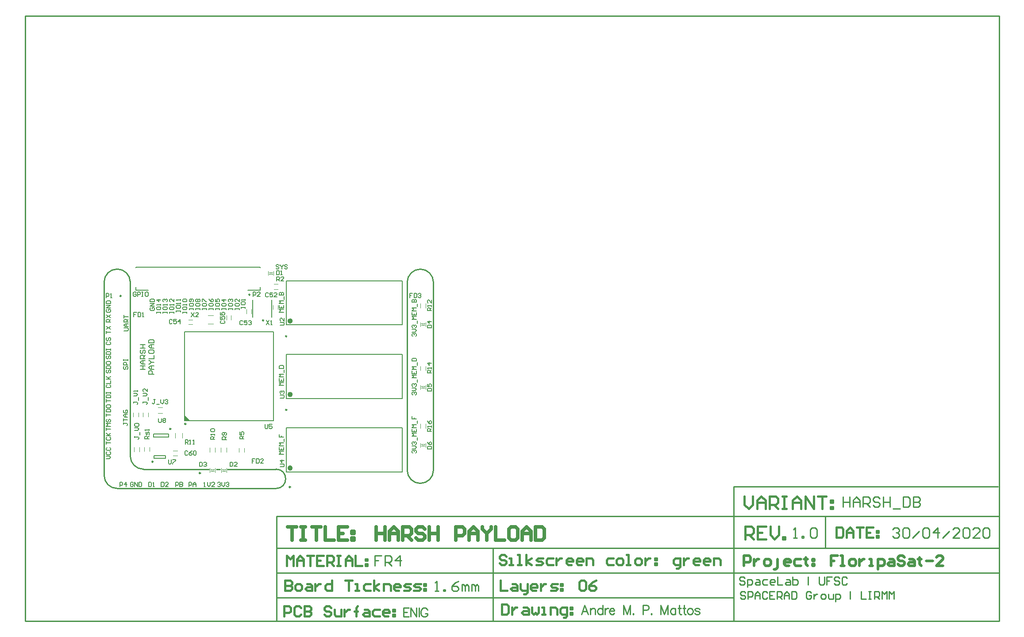
<source format=gto>
G04*
G04 #@! TF.GenerationSoftware,Altium Limited,Altium Designer,18.1.7 (191)*
G04*
G04 Layer_Color=65535*
%FSLAX25Y25*%
%MOIN*%
G70*
G01*
G75*
%ADD10C,0.00984*%
%ADD11C,0.01968*%
%ADD12C,0.01000*%
%ADD13C,0.00787*%
%ADD14C,0.00472*%
%ADD15C,0.00700*%
%ADD16C,0.02000*%
%ADD17C,0.01598*%
%ADD18C,0.01600*%
%ADD19C,0.02500*%
G36*
X61516Y55884D02*
X65234Y52165D01*
X61516D01*
Y55884D01*
D02*
G37*
D10*
X121260Y127657D02*
G03*
X121260Y127657I-492J0D01*
G01*
X110974Y147047D02*
G03*
X110974Y147047I-492J0D01*
G01*
X62598Y49606D02*
G03*
X62598Y49606I-492J0D01*
G01*
X141416Y2116D02*
G03*
X141416Y2116I-492J0D01*
G01*
X138621Y115670D02*
G03*
X138621Y115670I-492J0D01*
G01*
Y60257D02*
G03*
X138621Y60257I-492J0D01*
G01*
X37894Y21161D02*
G03*
X37894Y21161I-492J0D01*
G01*
X51283Y45905D02*
G03*
X51283Y45905I-492J0D01*
G01*
D11*
X142066Y16378D02*
G03*
X142066Y16378I-984J0D01*
G01*
Y127176D02*
G03*
X142066Y127176I-984J0D01*
G01*
Y71763D02*
G03*
X142066Y71763I-984J0D01*
G01*
D12*
X73612Y12598D02*
G03*
X73612Y12598I-502J0D01*
G01*
X13888Y146063D02*
G03*
X13888Y146063I-502J0D01*
G01*
X20669Y25394D02*
G03*
X30512Y15549I9843J-2D01*
G01*
X249016Y156398D02*
G03*
X229331Y156398I-9843J2D01*
G01*
Y14665D02*
G03*
X249016Y14665I9843J-2D01*
G01*
X229331D02*
G03*
X249016Y14665I9843J-2D01*
G01*
Y156398D02*
G03*
X229331Y156398I-9843J2D01*
G01*
X130510Y982D02*
G03*
X130512Y15549I-80J7283D01*
G01*
X984Y10827D02*
G03*
X10827Y982I9843J-2D01*
G01*
X20669Y156496D02*
G03*
X984Y156496I-9843J2D01*
G01*
X20669Y25394D02*
X20669Y149705D01*
X249016Y25689D02*
Y156398D01*
X229331Y30020D02*
Y156398D01*
Y14665D02*
Y30020D01*
X249016Y14665D02*
Y25689D01*
Y14665D02*
Y25689D01*
X229331Y14665D02*
Y30020D01*
Y156398D01*
X249016Y25689D02*
Y156398D01*
X85433Y15549D02*
X88386D01*
X93996D02*
X130512D01*
X77262D02*
X79823D01*
X10827Y982D02*
X130510D01*
X984Y10827D02*
Y14665D01*
X30512Y15549D02*
X77262D01*
X20669Y149705D02*
Y157380D01*
X984Y14665D02*
X984Y135433D01*
Y157380D01*
X544182Y-43399D02*
Y-19783D01*
X475394Y-43456D02*
Y2264D01*
X674213D01*
X675186Y-98661D02*
Y357036D01*
X-58563Y-99016D02*
Y357036D01*
Y-99016D02*
X131004D01*
X107382D02*
X675186D01*
X-58563Y357036D02*
X675186D01*
X131004Y-19834D02*
X675186D01*
X131496Y-43793D02*
X674762Y-43793D01*
X131299Y-62543D02*
X675186Y-62543D01*
X475186Y-98622D02*
Y-20031D01*
X131299Y-81293D02*
X474902Y-81293D01*
X675186Y-99016D02*
Y-19834D01*
X293936Y-98721D02*
Y-43793D01*
X131004Y-99016D02*
Y-19834D01*
X483988Y-77692D02*
X483070Y-76773D01*
X481233D01*
X480315Y-77692D01*
Y-78610D01*
X481233Y-79528D01*
X483070D01*
X483988Y-80447D01*
Y-81365D01*
X483070Y-82284D01*
X481233D01*
X480315Y-81365D01*
X485825Y-82284D02*
Y-76773D01*
X488580D01*
X489498Y-77692D01*
Y-79528D01*
X488580Y-80447D01*
X485825D01*
X491335Y-82284D02*
Y-78610D01*
X493172Y-76773D01*
X495008Y-78610D01*
Y-82284D01*
Y-79528D01*
X491335D01*
X500518Y-77692D02*
X499600Y-76773D01*
X497763D01*
X496845Y-77692D01*
Y-81365D01*
X497763Y-82284D01*
X499600D01*
X500518Y-81365D01*
X506028Y-76773D02*
X502355D01*
Y-82284D01*
X506028D01*
X502355Y-79528D02*
X504192D01*
X507865Y-82284D02*
Y-76773D01*
X510620D01*
X511539Y-77692D01*
Y-79528D01*
X510620Y-80447D01*
X507865D01*
X509702D02*
X511539Y-82284D01*
X513375D02*
Y-78610D01*
X515212Y-76773D01*
X517049Y-78610D01*
Y-82284D01*
Y-79528D01*
X513375D01*
X518885Y-76773D02*
Y-82284D01*
X521640D01*
X522558Y-81365D01*
Y-77692D01*
X521640Y-76773D01*
X518885D01*
X533579Y-77692D02*
X532660Y-76773D01*
X530824D01*
X529905Y-77692D01*
Y-81365D01*
X530824Y-82284D01*
X532660D01*
X533579Y-81365D01*
Y-79528D01*
X531742D01*
X535415Y-78610D02*
Y-82284D01*
Y-80447D01*
X536334Y-79528D01*
X537252Y-78610D01*
X538170D01*
X541844Y-82284D02*
X543680D01*
X544599Y-81365D01*
Y-79528D01*
X543680Y-78610D01*
X541844D01*
X540925Y-79528D01*
Y-81365D01*
X541844Y-82284D01*
X546435Y-78610D02*
Y-81365D01*
X547354Y-82284D01*
X550109D01*
Y-78610D01*
X551945Y-84120D02*
Y-78610D01*
X554700D01*
X555619Y-79528D01*
Y-81365D01*
X554700Y-82284D01*
X551945D01*
X562965Y-76773D02*
Y-82284D01*
X571231Y-76773D02*
Y-82284D01*
X574904D01*
X576741Y-76773D02*
X578577D01*
X577659D01*
Y-82284D01*
X576741D01*
X578577D01*
X581332D02*
Y-76773D01*
X584087D01*
X585006Y-77692D01*
Y-79528D01*
X584087Y-80447D01*
X581332D01*
X583169D02*
X585006Y-82284D01*
X586842D02*
Y-76773D01*
X588679Y-78610D01*
X590516Y-76773D01*
Y-82284D01*
X592352D02*
Y-76773D01*
X594189Y-78610D01*
X596026Y-76773D01*
Y-82284D01*
X483529Y-66701D02*
X482578Y-65750D01*
X480676D01*
X479724Y-66701D01*
Y-67652D01*
X480676Y-68603D01*
X482578D01*
X483529Y-69554D01*
Y-70506D01*
X482578Y-71457D01*
X480676D01*
X479724Y-70506D01*
X485431Y-73359D02*
Y-67652D01*
X488285D01*
X489236Y-68603D01*
Y-70506D01*
X488285Y-71457D01*
X485431D01*
X492089Y-67652D02*
X493991D01*
X494943Y-68603D01*
Y-71457D01*
X492089D01*
X491138Y-70506D01*
X492089Y-69554D01*
X494943D01*
X500649Y-67652D02*
X497796D01*
X496845Y-68603D01*
Y-70506D01*
X497796Y-71457D01*
X500649D01*
X505405D02*
X503503D01*
X502552Y-70506D01*
Y-68603D01*
X503503Y-67652D01*
X505405D01*
X506356Y-68603D01*
Y-69554D01*
X502552D01*
X508258Y-65750D02*
Y-71457D01*
X512063D01*
X514916Y-67652D02*
X516819D01*
X517770Y-68603D01*
Y-71457D01*
X514916D01*
X513965Y-70506D01*
X514916Y-69554D01*
X517770D01*
X519672Y-65750D02*
Y-71457D01*
X522526D01*
X523477Y-70506D01*
Y-69554D01*
Y-68603D01*
X522526Y-67652D01*
X519672D01*
X531086Y-65750D02*
Y-71457D01*
X539646Y-65750D02*
Y-70506D01*
X540597Y-71457D01*
X542499D01*
X543450Y-70506D01*
Y-65750D01*
X549157D02*
X545353D01*
Y-68603D01*
X547255D01*
X545353D01*
Y-71457D01*
X554864Y-66701D02*
X553913Y-65750D01*
X552011D01*
X551059Y-66701D01*
Y-67652D01*
X552011Y-68603D01*
X553913D01*
X554864Y-69554D01*
Y-70506D01*
X553913Y-71457D01*
X552011D01*
X551059Y-70506D01*
X560571Y-66701D02*
X559620Y-65750D01*
X557718D01*
X556766Y-66701D01*
Y-70506D01*
X557718Y-71457D01*
X559620D01*
X560571Y-70506D01*
X594882Y-29920D02*
X596142Y-28660D01*
X598662D01*
X599922Y-29920D01*
Y-31180D01*
X598662Y-32440D01*
X597402D01*
X598662D01*
X599922Y-33700D01*
Y-34960D01*
X598662Y-36220D01*
X596142D01*
X594882Y-34960D01*
X602442Y-29920D02*
X603702Y-28660D01*
X606222D01*
X607482Y-29920D01*
Y-34960D01*
X606222Y-36220D01*
X603702D01*
X602442Y-34960D01*
Y-29920D01*
X610002Y-36220D02*
X615042Y-31180D01*
X617562Y-29920D02*
X618822Y-28660D01*
X621342D01*
X622602Y-29920D01*
Y-34960D01*
X621342Y-36220D01*
X618822D01*
X617562Y-34960D01*
Y-29920D01*
X628902Y-36220D02*
Y-28660D01*
X625122Y-32440D01*
X630162D01*
X632682Y-36220D02*
X637722Y-31180D01*
X645282Y-36220D02*
X640242D01*
X645282Y-31180D01*
Y-29920D01*
X644022Y-28660D01*
X641502D01*
X640242Y-29920D01*
X647802D02*
X649062Y-28660D01*
X651582D01*
X652842Y-29920D01*
Y-34960D01*
X651582Y-36220D01*
X649062D01*
X647802Y-34960D01*
Y-29920D01*
X660402Y-36220D02*
X655362D01*
X660402Y-31180D01*
Y-29920D01*
X659142Y-28660D01*
X656622D01*
X655362Y-29920D01*
X662922D02*
X664182Y-28660D01*
X666703D01*
X667963Y-29920D01*
Y-34960D01*
X666703Y-36220D01*
X664182D01*
X662922Y-34960D01*
Y-29920D01*
X557579Y-5334D02*
Y-12894D01*
Y-9114D01*
X562619D01*
Y-5334D01*
Y-12894D01*
X565139D02*
Y-7854D01*
X567659Y-5334D01*
X570179Y-7854D01*
Y-12894D01*
Y-9114D01*
X565139D01*
X572699Y-12894D02*
Y-5334D01*
X576479D01*
X577739Y-6594D01*
Y-9114D01*
X576479Y-10374D01*
X572699D01*
X575219D02*
X577739Y-12894D01*
X585299Y-6594D02*
X584039Y-5334D01*
X581519D01*
X580259Y-6594D01*
Y-7854D01*
X581519Y-9114D01*
X584039D01*
X585299Y-10374D01*
Y-11634D01*
X584039Y-12894D01*
X581519D01*
X580259Y-11634D01*
X587819Y-5334D02*
Y-12894D01*
Y-9114D01*
X592859D01*
Y-5334D01*
Y-12894D01*
X595379Y-14154D02*
X600419D01*
X602939Y-5334D02*
Y-12894D01*
X606719D01*
X607979Y-11634D01*
Y-6594D01*
X606719Y-5334D01*
X602939D01*
X610499D02*
Y-12894D01*
X614279D01*
X615539Y-11634D01*
Y-10374D01*
X614279Y-9114D01*
X610499D01*
X614279D01*
X615539Y-7854D01*
Y-6594D01*
X614279Y-5334D01*
X610499D01*
X520276Y-36220D02*
X522796D01*
X521536D01*
Y-28660D01*
X520276Y-29920D01*
X526576Y-36220D02*
Y-34960D01*
X527836D01*
Y-36220D01*
X526576D01*
X532876Y-29920D02*
X534136Y-28660D01*
X536656D01*
X537916Y-29920D01*
Y-34960D01*
X536656Y-36220D01*
X534136D01*
X532876Y-34960D01*
Y-29920D01*
X209930Y-49619D02*
X204890D01*
Y-53399D01*
X207410D01*
X204890D01*
Y-57179D01*
X212451D02*
Y-49619D01*
X216231D01*
X217491Y-50879D01*
Y-53399D01*
X216231Y-54659D01*
X212451D01*
X214970D02*
X217491Y-57179D01*
X223791D02*
Y-49619D01*
X220010Y-53399D01*
X225051D01*
X250295Y-76378D02*
X252815D01*
X251555D01*
Y-68818D01*
X250295Y-70078D01*
X256595Y-76378D02*
Y-75118D01*
X257855D01*
Y-76378D01*
X256595D01*
X267935Y-68818D02*
X265415Y-70078D01*
X262895Y-72598D01*
Y-75118D01*
X264155Y-76378D01*
X266675D01*
X267935Y-75118D01*
Y-73858D01*
X266675Y-72598D01*
X262895D01*
X270455Y-76378D02*
Y-71338D01*
X271715D01*
X272975Y-72598D01*
Y-76378D01*
Y-72598D01*
X274236Y-71338D01*
X275496Y-72598D01*
Y-76378D01*
X278015D02*
Y-71338D01*
X279275D01*
X280536Y-72598D01*
Y-76378D01*
Y-72598D01*
X281796Y-71338D01*
X283055Y-72598D01*
Y-76378D01*
X365622Y-93799D02*
X363028Y-86988D01*
X360433Y-93799D01*
X361406Y-91529D02*
X364649D01*
X367212Y-89258D02*
Y-93799D01*
Y-90556D02*
X368185Y-89583D01*
X368833Y-89258D01*
X369806D01*
X370455Y-89583D01*
X370779Y-90556D01*
Y-93799D01*
X376455Y-86988D02*
Y-93799D01*
Y-90232D02*
X375807Y-89583D01*
X375158Y-89258D01*
X374185D01*
X373536Y-89583D01*
X372888Y-90232D01*
X372563Y-91205D01*
Y-91853D01*
X372888Y-92826D01*
X373536Y-93475D01*
X374185Y-93799D01*
X375158D01*
X375807Y-93475D01*
X376455Y-92826D01*
X378272Y-89258D02*
Y-93799D01*
Y-91205D02*
X378596Y-90232D01*
X379244Y-89583D01*
X379893Y-89258D01*
X380866D01*
X381482Y-91205D02*
X385374D01*
Y-90556D01*
X385050Y-89907D01*
X384726Y-89583D01*
X384077Y-89258D01*
X383104D01*
X382455Y-89583D01*
X381807Y-90232D01*
X381482Y-91205D01*
Y-91853D01*
X381807Y-92826D01*
X382455Y-93475D01*
X383104Y-93799D01*
X384077D01*
X384726Y-93475D01*
X385374Y-92826D01*
X392185Y-86988D02*
Y-93799D01*
Y-86988D02*
X394780Y-93799D01*
X397375Y-86988D02*
X394780Y-93799D01*
X397375Y-86988D02*
Y-93799D01*
X399645Y-93151D02*
X399321Y-93475D01*
X399645Y-93799D01*
X399970Y-93475D01*
X399645Y-93151D01*
X406813Y-90556D02*
X409732D01*
X410705Y-90232D01*
X411029Y-89907D01*
X411354Y-89258D01*
Y-88285D01*
X411029Y-87637D01*
X410705Y-87313D01*
X409732Y-86988D01*
X406813D01*
Y-93799D01*
X413202Y-93151D02*
X412878Y-93475D01*
X413202Y-93799D01*
X413527Y-93475D01*
X413202Y-93151D01*
X420370Y-86988D02*
Y-93799D01*
Y-86988D02*
X422965Y-93799D01*
X425560Y-86988D02*
X422965Y-93799D01*
X425560Y-86988D02*
Y-93799D01*
X431398Y-89258D02*
Y-93799D01*
Y-90232D02*
X430749Y-89583D01*
X430100Y-89258D01*
X429127D01*
X428479Y-89583D01*
X427830Y-90232D01*
X427506Y-91205D01*
Y-91853D01*
X427830Y-92826D01*
X428479Y-93475D01*
X429127Y-93799D01*
X430100D01*
X430749Y-93475D01*
X431398Y-92826D01*
X434187Y-86988D02*
Y-92502D01*
X434511Y-93475D01*
X435160Y-93799D01*
X435809D01*
X433214Y-89258D02*
X435484D01*
X437755Y-86988D02*
Y-92502D01*
X438079Y-93475D01*
X438728Y-93799D01*
X439376D01*
X436782Y-89258D02*
X439052D01*
X441971D02*
X441322Y-89583D01*
X440674Y-90232D01*
X440349Y-91205D01*
Y-91853D01*
X440674Y-92826D01*
X441322Y-93475D01*
X441971Y-93799D01*
X442944D01*
X443593Y-93475D01*
X444241Y-92826D01*
X444566Y-91853D01*
Y-91205D01*
X444241Y-90232D01*
X443593Y-89583D01*
X442944Y-89258D01*
X441971D01*
X449625Y-90232D02*
X449301Y-89583D01*
X448328Y-89258D01*
X447355D01*
X446382Y-89583D01*
X446058Y-90232D01*
X446382Y-90880D01*
X447031Y-91205D01*
X448652Y-91529D01*
X449301Y-91853D01*
X449625Y-92502D01*
Y-92826D01*
X449301Y-93475D01*
X448328Y-93799D01*
X447355D01*
X446382Y-93475D01*
X446058Y-92826D01*
X230693Y-88957D02*
X226476D01*
Y-95768D01*
X230693D01*
X226476Y-92200D02*
X229071D01*
X231828Y-88957D02*
Y-95768D01*
Y-88957D02*
X236369Y-95768D01*
Y-88957D02*
Y-95768D01*
X238250Y-88957D02*
Y-95768D01*
X244542Y-90578D02*
X244217Y-89930D01*
X243569Y-89281D01*
X242920Y-88957D01*
X241623D01*
X240974Y-89281D01*
X240325Y-89930D01*
X240001Y-90578D01*
X239677Y-91551D01*
Y-93173D01*
X240001Y-94146D01*
X240325Y-94795D01*
X240974Y-95443D01*
X241623Y-95768D01*
X242920D01*
X243569Y-95443D01*
X244217Y-94795D01*
X244542Y-94146D01*
Y-93173D01*
X242920D02*
X244542D01*
D13*
X112894Y130020D02*
Y143012D01*
X127067Y130020D02*
Y143012D01*
X118504Y150492D02*
Y152559D01*
Y167323D02*
Y167815D01*
X25000D02*
X118504D01*
X25000Y150492D02*
Y152559D01*
Y167323D02*
Y167815D01*
Y150492D02*
X34252D01*
X109252D02*
X118504D01*
X128445Y52165D02*
Y119095D01*
X61516Y52165D02*
Y119095D01*
X128445D01*
X61516Y52165D02*
X128445D01*
X61516Y55884D02*
X65234Y52165D01*
X225609Y13425D02*
Y46712D01*
X138128D02*
X225609D01*
X138128Y13425D02*
X225609D01*
X138128D02*
Y46712D01*
Y124224D02*
X225609D01*
Y157511D01*
X138128D02*
X225609D01*
X138128Y124224D02*
Y157511D01*
Y68810D02*
X225609D01*
Y102097D01*
X138128D02*
X225609D01*
X138128Y68810D02*
Y102097D01*
X38484Y25787D02*
X47146D01*
X38484Y23819D02*
X47146D01*
Y25787D01*
X38484Y23819D02*
Y25787D01*
X38272Y39567D02*
X49689D01*
X38272Y41929D02*
X49689D01*
X38272Y39567D02*
Y41929D01*
X49689Y39567D02*
Y41929D01*
X28115Y90883D02*
X32050D01*
X30082D01*
Y93506D01*
X28115D01*
X32050D01*
Y94818D02*
X29427D01*
X28115Y96130D01*
X29427Y97442D01*
X32050D01*
X30082D01*
Y94818D01*
X32050Y98754D02*
X28115D01*
Y100722D01*
X28771Y101378D01*
X30082D01*
X30738Y100722D01*
Y98754D01*
Y100066D02*
X32050Y101378D01*
X28771Y105314D02*
X28115Y104658D01*
Y103346D01*
X28771Y102690D01*
X29427D01*
X30082Y103346D01*
Y104658D01*
X30738Y105314D01*
X31394D01*
X32050Y104658D01*
Y103346D01*
X31394Y102690D01*
X28115Y106625D02*
X32050D01*
X30082D01*
Y109249D01*
X28115D01*
X32050D01*
X38663Y86947D02*
X34727D01*
Y88915D01*
X35383Y89571D01*
X36695D01*
X37351Y88915D01*
Y86947D01*
X38663Y90883D02*
X36039D01*
X34727Y92194D01*
X36039Y93506D01*
X38663D01*
X36695D01*
Y90883D01*
X34727Y94818D02*
X35383D01*
X36695Y96130D01*
X35383Y97442D01*
X34727D01*
X36695Y96130D02*
X38663D01*
X34727Y98754D02*
X38663D01*
Y101378D01*
X34727Y104658D02*
Y103346D01*
X35383Y102690D01*
X38007D01*
X38663Y103346D01*
Y104658D01*
X38007Y105314D01*
X35383D01*
X34727Y104658D01*
X38663Y106625D02*
X36039D01*
X34727Y107937D01*
X36039Y109249D01*
X38663D01*
X36695D01*
Y106625D01*
X34727Y110561D02*
X38663D01*
Y112529D01*
X38007Y113185D01*
X35383D01*
X34727Y112529D01*
Y110561D01*
D14*
X79081Y125000D02*
X83214D01*
X79081Y131299D02*
X83214D01*
X128655Y161614D02*
Y164764D01*
X124521Y161614D02*
Y164764D01*
X125210Y163779D02*
X127966Y163779D01*
X125210Y162402D02*
X127966D01*
X125210D02*
X126588Y163779D01*
X127966Y162402D01*
X239862Y34350D02*
X241240Y32972D01*
X242618Y34350D01*
X239862D02*
X242618D01*
X239862Y32972D02*
X242618Y32972D01*
X243307Y31988D02*
Y35138D01*
X239173Y31988D02*
Y35138D01*
X128248Y136024D02*
Y139173D01*
X131791Y136024D02*
Y139173D01*
X108268Y132874D02*
Y136024D01*
X111811Y132874D02*
Y136024D01*
X64514Y124606D02*
X67663D01*
X64514Y128150D02*
X67663D01*
X93110Y128150D02*
Y131299D01*
X96653Y128150D02*
Y131299D01*
X53051Y25886D02*
X56201D01*
X53051Y29429D02*
X56201D01*
X89812Y15503D02*
X91190Y14125D01*
X92568Y15503D01*
X89812D02*
X92568D01*
X89812Y14125D02*
X92568Y14125D01*
X93257Y13141D02*
Y16290D01*
X89123Y13141D02*
Y16290D01*
X81249Y15503D02*
X82627Y14125D01*
X84005Y15503D01*
X81249D02*
X84005D01*
X81249Y14125D02*
X84005Y14125D01*
X84694Y13141D02*
Y16290D01*
X80560Y13141D02*
Y16290D01*
X239862Y125394D02*
X241240Y124016D01*
X242618Y125394D01*
X239862D02*
X242618D01*
X239862Y124016D02*
X242618Y124016D01*
X243307Y123031D02*
Y126181D01*
X239173Y123031D02*
Y126181D01*
X239862Y77953D02*
X241240Y76575D01*
X242618Y77953D01*
X239862D02*
X242618D01*
X239862Y76575D02*
X242618Y76575D01*
X243307Y75590D02*
Y78740D01*
X239173Y75590D02*
Y78740D01*
X23526Y28740D02*
Y31890D01*
X27660Y28740D02*
Y31890D01*
X26957Y55055D02*
Y58205D01*
X22824Y55055D02*
Y58205D01*
X34339Y55005D02*
Y58155D01*
X30205Y55005D02*
Y58155D01*
X41634Y61910D02*
X44783D01*
X41634Y57776D02*
X44783D01*
X128839Y151010D02*
X131988D01*
X128839Y155144D02*
X131988D01*
X102426Y28397D02*
Y31546D01*
X106560Y28397D02*
Y31546D01*
X93159Y28495D02*
Y31645D01*
X89025Y28495D02*
Y31645D01*
X84644Y28495D02*
Y31645D01*
X80510Y28495D02*
Y31645D01*
X54429Y39075D02*
Y42618D01*
X59744Y39075D02*
Y42618D01*
X243307Y137205D02*
Y140354D01*
X239173Y137205D02*
Y140354D01*
X243307Y90059D02*
Y93209D01*
X239173Y90059D02*
Y93209D01*
X243307Y46555D02*
Y49705D01*
X239173Y46555D02*
Y49705D01*
X35335Y28937D02*
Y32087D01*
X31201Y28937D02*
Y32087D01*
D15*
X123228Y127707D02*
X125361Y124508D01*
Y127707D02*
X123228Y124508D01*
X126427D02*
X127494D01*
X126961D01*
Y127707D01*
X126427Y127174D01*
X66732Y133514D02*
X68865Y130315D01*
Y133514D02*
X66732Y130315D01*
X72064D02*
X69931D01*
X72064Y132448D01*
Y132981D01*
X71531Y133514D01*
X70464D01*
X69931Y132981D01*
X113189Y145768D02*
Y148967D01*
X114788D01*
X115322Y148433D01*
Y147367D01*
X114788Y146834D01*
X113189D01*
X118521Y145768D02*
X116388D01*
X118521Y147900D01*
Y148433D01*
X117987Y148967D01*
X116921D01*
X116388Y148433D01*
X122146Y49262D02*
Y46596D01*
X122679Y46063D01*
X123745D01*
X124278Y46596D01*
Y49262D01*
X127477D02*
X125345D01*
Y47662D01*
X126411Y48196D01*
X126944D01*
X127477Y47662D01*
Y46596D01*
X126944Y46063D01*
X125878D01*
X125345Y46596D01*
X133456Y17323D02*
X136122D01*
X136655Y17856D01*
Y18922D01*
X136122Y19455D01*
X133456D01*
X136655Y22121D02*
X133456D01*
X135056Y20522D01*
Y22654D01*
X12894Y2362D02*
Y5561D01*
X14493D01*
X15026Y5028D01*
Y3962D01*
X14493Y3429D01*
X12894D01*
X17692Y2362D02*
Y5561D01*
X16093Y3962D01*
X18225D01*
X2559Y144783D02*
Y147982D01*
X4158D01*
X4692Y147449D01*
Y146383D01*
X4158Y145850D01*
X2559D01*
X5758Y144783D02*
X6824D01*
X6291D01*
Y147982D01*
X5758Y147449D01*
X130807Y165108D02*
Y161909D01*
X132407D01*
X132940Y162443D01*
Y164575D01*
X132407Y165108D01*
X130807D01*
X134006Y161909D02*
X135072D01*
X134539D01*
Y165108D01*
X134006Y164575D01*
X244439Y30709D02*
X247638D01*
Y32308D01*
X247105Y32841D01*
X244972D01*
X244439Y32308D01*
Y30709D01*
Y36040D02*
X244972Y34974D01*
X246038Y33908D01*
X247105D01*
X247638Y34441D01*
Y35507D01*
X247105Y36040D01*
X246571D01*
X246038Y35507D01*
Y33908D01*
X124770Y147941D02*
X124237Y148475D01*
X123171D01*
X122638Y147941D01*
Y145809D01*
X123171Y145276D01*
X124237D01*
X124770Y145809D01*
X127969Y148475D02*
X125837D01*
Y146875D01*
X126903Y147408D01*
X127436D01*
X127969Y146875D01*
Y145809D01*
X127436Y145276D01*
X126370D01*
X125837Y145809D01*
X131168Y145276D02*
X129036D01*
X131168Y147408D01*
Y147941D01*
X130635Y148475D01*
X129569D01*
X129036Y147941D01*
X105479Y126977D02*
X104946Y127510D01*
X103880D01*
X103347Y126977D01*
Y124844D01*
X103880Y124311D01*
X104946D01*
X105479Y124844D01*
X108678Y127510D02*
X106545D01*
Y125910D01*
X107612Y126444D01*
X108145D01*
X108678Y125910D01*
Y124844D01*
X108145Y124311D01*
X107079D01*
X106545Y124844D01*
X109744Y126977D02*
X110278Y127510D01*
X111344D01*
X111877Y126977D01*
Y126444D01*
X111344Y125910D01*
X110811D01*
X111344D01*
X111877Y125377D01*
Y124844D01*
X111344Y124311D01*
X110278D01*
X109744Y124844D01*
X52231Y127764D02*
X51698Y128297D01*
X50632D01*
X50098Y127764D01*
Y125632D01*
X50632Y125098D01*
X51698D01*
X52231Y125632D01*
X55430Y128297D02*
X53297D01*
Y126698D01*
X54364Y127231D01*
X54897D01*
X55430Y126698D01*
Y125632D01*
X54897Y125098D01*
X53831D01*
X53297Y125632D01*
X58096Y125098D02*
Y128297D01*
X56496Y126698D01*
X58629D01*
X89165Y127428D02*
X88632Y126895D01*
Y125828D01*
X89165Y125295D01*
X91298D01*
X91831Y125828D01*
Y126895D01*
X91298Y127428D01*
X88632Y130627D02*
Y128494D01*
X90231D01*
X89698Y129561D01*
Y130094D01*
X90231Y130627D01*
X91298D01*
X91831Y130094D01*
Y129027D01*
X91298Y128494D01*
X88632Y133826D02*
Y131693D01*
X90231D01*
X89698Y132759D01*
Y133293D01*
X90231Y133826D01*
X91298D01*
X91831Y133293D01*
Y132226D01*
X91298Y131693D01*
X63944Y28847D02*
X63411Y29380D01*
X62344D01*
X61811Y28847D01*
Y26714D01*
X62344Y26181D01*
X63411D01*
X63944Y26714D01*
X67143Y29380D02*
X66076Y28847D01*
X65010Y27781D01*
Y26714D01*
X65543Y26181D01*
X66610D01*
X67143Y26714D01*
Y27247D01*
X66610Y27781D01*
X65010D01*
X68209Y28847D02*
X68742Y29380D01*
X69808D01*
X70342Y28847D01*
Y26714D01*
X69808Y26181D01*
X68742D01*
X68209Y26714D01*
Y28847D01*
X95768Y20817D02*
Y17618D01*
X97367D01*
X97900Y18151D01*
Y20284D01*
X97367Y20817D01*
X95768D01*
X101099Y17618D02*
X98967D01*
X101099Y19751D01*
Y20284D01*
X100566Y20817D01*
X99500D01*
X98967Y20284D01*
X72736Y20817D02*
Y17618D01*
X74336D01*
X74869Y18151D01*
Y20284D01*
X74336Y20817D01*
X72736D01*
X75935Y20284D02*
X76468Y20817D01*
X77535D01*
X78068Y20284D01*
Y19751D01*
X77535Y19218D01*
X77002D01*
X77535D01*
X78068Y18684D01*
Y18151D01*
X77535Y17618D01*
X76468D01*
X75935Y18151D01*
X244439Y122047D02*
X247638D01*
Y123647D01*
X247105Y124180D01*
X244972D01*
X244439Y123647D01*
Y122047D01*
X247638Y126846D02*
X244439D01*
X246038Y125246D01*
Y127379D01*
X244439Y74410D02*
X247638D01*
Y76009D01*
X247105Y76542D01*
X244972D01*
X244439Y76009D01*
Y74410D01*
Y79741D02*
Y77608D01*
X246038D01*
X245505Y78675D01*
Y79208D01*
X246038Y79741D01*
X247105D01*
X247638Y79208D01*
Y78142D01*
X247105Y77608D01*
X25470Y133737D02*
X23337D01*
Y132138D01*
X24403D01*
X23337D01*
Y130538D01*
X26536Y133737D02*
Y130538D01*
X28135D01*
X28669Y131071D01*
Y133204D01*
X28135Y133737D01*
X26536D01*
X29735Y130538D02*
X30801D01*
X30268D01*
Y133737D01*
X29735Y133204D01*
X114633Y23376D02*
X112500D01*
Y21777D01*
X113566D01*
X112500D01*
Y20177D01*
X115699Y23376D02*
Y20177D01*
X117298D01*
X117832Y20710D01*
Y22843D01*
X117298Y23376D01*
X115699D01*
X121031Y20177D02*
X118898D01*
X121031Y22310D01*
Y22843D01*
X120497Y23376D01*
X119431D01*
X118898Y22843D01*
X233333Y148081D02*
X231201D01*
Y146481D01*
X232267D01*
X231201D01*
Y144882D01*
X234400Y148081D02*
Y144882D01*
X235999D01*
X236532Y145415D01*
Y147548D01*
X235999Y148081D01*
X234400D01*
X237599Y147548D02*
X238132Y148081D01*
X239198D01*
X239731Y147548D01*
Y147014D01*
X239198Y146481D01*
X238665D01*
X239198D01*
X239731Y145948D01*
Y145415D01*
X239198Y144882D01*
X238132D01*
X237599Y145415D01*
X24019Y40322D02*
Y39255D01*
Y39788D01*
X26685D01*
X27218Y39255D01*
Y38722D01*
X26685Y38189D01*
X27751Y41388D02*
Y43521D01*
X24019Y44587D02*
X26152D01*
X27218Y45653D01*
X26152Y46720D01*
X24019D01*
X24553Y47786D02*
X24019Y48319D01*
Y49385D01*
X24553Y49918D01*
X26685D01*
X27218Y49385D01*
Y48319D01*
X26685Y47786D01*
X24553D01*
X23168Y66440D02*
Y65374D01*
Y65907D01*
X25834D01*
X26367Y65374D01*
Y64841D01*
X25834Y64307D01*
X26900Y67506D02*
Y69639D01*
X23168Y70705D02*
X25300D01*
X26367Y71772D01*
X25300Y72838D01*
X23168D01*
X26367Y73904D02*
Y74971D01*
Y74437D01*
X23168D01*
X23701Y73904D01*
X30353Y66488D02*
Y65422D01*
Y65955D01*
X33019D01*
X33552Y65422D01*
Y64889D01*
X33019Y64355D01*
X34085Y67554D02*
Y69687D01*
X30353Y70753D02*
X32485D01*
X33552Y71820D01*
X32485Y72886D01*
X30353D01*
X33552Y76085D02*
Y73952D01*
X31419Y76085D01*
X30886D01*
X30353Y75552D01*
Y74485D01*
X30886Y73952D01*
X39436Y67963D02*
X38370D01*
X38903D01*
Y65297D01*
X38370Y64764D01*
X37836D01*
X37303Y65297D01*
X40502Y64231D02*
X42635D01*
X43701Y67963D02*
Y65830D01*
X44767Y64764D01*
X45834Y65830D01*
Y67963D01*
X46900Y67430D02*
X47433Y67963D01*
X48500D01*
X49033Y67430D01*
Y66896D01*
X48500Y66363D01*
X47966D01*
X48500D01*
X49033Y65830D01*
Y65297D01*
X48500Y64764D01*
X47433D01*
X46900Y65297D01*
X130991Y157309D02*
Y160508D01*
X132590D01*
X133123Y159975D01*
Y158908D01*
X132590Y158375D01*
X130991D01*
X132057D02*
X133123Y157309D01*
X136322D02*
X134190D01*
X136322Y159442D01*
Y159975D01*
X135789Y160508D01*
X134723D01*
X134190Y159975D01*
X106299Y38287D02*
X103100D01*
Y39887D01*
X103633Y40420D01*
X104700D01*
X105233Y39887D01*
Y38287D01*
Y39354D02*
X106299Y40420D01*
X103100Y43619D02*
Y41486D01*
X104700D01*
X104167Y42553D01*
Y43086D01*
X104700Y43619D01*
X105766D01*
X106299Y43086D01*
Y42020D01*
X105766Y41486D01*
X93159Y37845D02*
X89960D01*
Y39445D01*
X90493Y39978D01*
X91559D01*
X92092Y39445D01*
Y37845D01*
Y38912D02*
X93159Y39978D01*
X92625Y41044D02*
X93159Y41578D01*
Y42644D01*
X92625Y43177D01*
X90493D01*
X89960Y42644D01*
Y41578D01*
X90493Y41044D01*
X91026D01*
X91559Y41578D01*
Y43177D01*
X84399Y37944D02*
X81200D01*
Y39543D01*
X81733Y40077D01*
X82799D01*
X83332Y39543D01*
Y37944D01*
Y39010D02*
X84399Y40077D01*
Y41143D02*
Y42209D01*
Y41676D01*
X81200D01*
X81733Y41143D01*
Y43809D02*
X81200Y44342D01*
Y45408D01*
X81733Y45941D01*
X83865D01*
X84399Y45408D01*
Y44342D01*
X83865Y43809D01*
X81733D01*
X62106Y34547D02*
Y37746D01*
X63706D01*
X64239Y37213D01*
Y36147D01*
X63706Y35614D01*
X62106D01*
X63173D02*
X64239Y34547D01*
X65305D02*
X66372D01*
X65838D01*
Y37746D01*
X65305Y37213D01*
X67971Y34547D02*
X69037D01*
X68504D01*
Y37746D01*
X67971Y37213D01*
X247638Y134941D02*
X244439D01*
Y136540D01*
X244972Y137074D01*
X246038D01*
X246571Y136540D01*
Y134941D01*
Y136007D02*
X247638Y137074D01*
Y138140D02*
Y139206D01*
Y138673D01*
X244439D01*
X244972Y138140D01*
X247638Y142938D02*
Y140806D01*
X245505Y142938D01*
X244972D01*
X244439Y142405D01*
Y141339D01*
X244972Y140806D01*
X247638Y87992D02*
X244439D01*
Y89592D01*
X244972Y90125D01*
X246038D01*
X246571Y89592D01*
Y87992D01*
Y89059D02*
X247638Y90125D01*
Y91191D02*
Y92257D01*
Y91724D01*
X244439D01*
X244972Y91191D01*
X247638Y95456D02*
X244439D01*
X246038Y93857D01*
Y95990D01*
X247638Y43996D02*
X244439D01*
Y45595D01*
X244972Y46129D01*
X246038D01*
X246571Y45595D01*
Y43996D01*
Y45062D02*
X247638Y46129D01*
Y47195D02*
Y48261D01*
Y47728D01*
X244439D01*
X244972Y47195D01*
X244439Y51994D02*
X244972Y50927D01*
X246038Y49861D01*
X247105D01*
X247638Y50394D01*
Y51460D01*
X247105Y51994D01*
X246571D01*
X246038Y51460D01*
Y49861D01*
X34744Y38287D02*
X31545D01*
Y39887D01*
X32078Y40420D01*
X33145D01*
X33678Y39887D01*
Y38287D01*
Y39354D02*
X34744Y40420D01*
Y41486D02*
Y43086D01*
X34211Y43619D01*
X33678Y43086D01*
Y42020D01*
X33145Y41486D01*
X32612Y42020D01*
Y43619D01*
X34744Y44685D02*
Y45752D01*
Y45219D01*
X31545D01*
X32078Y44685D01*
X133456Y124016D02*
X136122D01*
X136655Y124549D01*
Y125615D01*
X136122Y126148D01*
X133456D01*
X136655Y129347D02*
Y127215D01*
X134523Y129347D01*
X133989D01*
X133456Y128814D01*
Y127748D01*
X133989Y127215D01*
X133456Y69193D02*
X136122D01*
X136655Y69726D01*
Y70792D01*
X136122Y71325D01*
X133456D01*
X133989Y72392D02*
X133456Y72925D01*
Y73991D01*
X133989Y74524D01*
X134523D01*
X135056Y73991D01*
Y73458D01*
Y73991D01*
X135589Y74524D01*
X136122D01*
X136655Y73991D01*
Y72925D01*
X136122Y72392D01*
X49409Y22589D02*
Y19923D01*
X49943Y19390D01*
X51009D01*
X51542Y19923D01*
Y22589D01*
X52608D02*
X54741D01*
Y22056D01*
X52608Y19923D01*
Y19390D01*
X42028Y53888D02*
Y51222D01*
X42561Y50689D01*
X43627D01*
X44160Y51222D01*
Y53888D01*
X45226Y53355D02*
X45760Y53888D01*
X46826D01*
X47359Y53355D01*
Y52822D01*
X46826Y52289D01*
X47359Y51755D01*
Y51222D01*
X46826Y50689D01*
X45760D01*
X45226Y51222D01*
Y51755D01*
X45760Y52289D01*
X45226Y52822D01*
Y53355D01*
X45760Y52289D02*
X46826D01*
X15994Y119882D02*
X18660D01*
X19193Y120415D01*
Y121481D01*
X18660Y122014D01*
X15994D01*
X19193Y123081D02*
X17060D01*
X15994Y124147D01*
X17060Y125214D01*
X19193D01*
X17593D01*
Y123081D01*
X19193Y126280D02*
X15994D01*
Y127879D01*
X16527Y128412D01*
X17593D01*
X18127Y127879D01*
Y126280D01*
Y127346D02*
X19193Y128412D01*
X15994Y129479D02*
Y131611D01*
Y130545D01*
X19193D01*
X16232Y92979D02*
X15699Y92446D01*
Y91380D01*
X16232Y90847D01*
X16765D01*
X17298Y91380D01*
Y92446D01*
X17831Y92979D01*
X18364D01*
X18898Y92446D01*
Y91380D01*
X18364Y90847D01*
X18898Y94045D02*
X15699D01*
Y95645D01*
X16232Y96178D01*
X17298D01*
X17831Y95645D01*
Y94045D01*
X15699Y97244D02*
Y98311D01*
Y97778D01*
X18898D01*
Y97244D01*
Y98311D01*
X15502Y50558D02*
Y49492D01*
Y50025D01*
X18168D01*
X18701Y49492D01*
Y48958D01*
X18168Y48425D01*
X15502Y51624D02*
Y53757D01*
Y52691D01*
X18701D01*
Y54823D02*
X16568D01*
X15502Y55889D01*
X16568Y56956D01*
X18701D01*
X17101D01*
Y54823D01*
X16035Y60155D02*
X15502Y59622D01*
Y58555D01*
X16035Y58022D01*
X18168D01*
X18701Y58555D01*
Y59622D01*
X18168Y60155D01*
X17101D01*
Y59088D01*
X132644Y169103D02*
X132111Y169636D01*
X131045D01*
X130512Y169103D01*
Y168570D01*
X131045Y168036D01*
X132111D01*
X132644Y167503D01*
Y166970D01*
X132111Y166437D01*
X131045D01*
X130512Y166970D01*
X133711Y169636D02*
Y169103D01*
X134777Y168036D01*
X135843Y169103D01*
Y169636D01*
X134777Y168036D02*
Y166437D01*
X139042Y169103D02*
X138509Y169636D01*
X137443D01*
X136910Y169103D01*
Y168570D01*
X137443Y168036D01*
X138509D01*
X139042Y167503D01*
Y166970D01*
X138509Y166437D01*
X137443D01*
X136910Y166970D01*
X25066Y148532D02*
X24533Y149065D01*
X23466D01*
X22933Y148532D01*
Y146399D01*
X23466Y145866D01*
X24533D01*
X25066Y146399D01*
Y147466D01*
X23999D01*
X26132Y145866D02*
Y149065D01*
X27731D01*
X28265Y148532D01*
Y147466D01*
X27731Y146932D01*
X26132D01*
X29331Y149065D02*
X30397D01*
X29864D01*
Y145866D01*
X29331D01*
X30397D01*
X33596Y149065D02*
X32530D01*
X31997Y148532D01*
Y146399D01*
X32530Y145866D01*
X33596D01*
X34130Y146399D01*
Y148532D01*
X33596Y149065D01*
X36114Y137344D02*
X35581Y136811D01*
Y135745D01*
X36114Y135212D01*
X38246D01*
X38780Y135745D01*
Y136811D01*
X38246Y137344D01*
X37180D01*
Y136278D01*
X38780Y138410D02*
X35581D01*
X38780Y140543D01*
X35581D01*
Y141610D02*
X38780D01*
Y143209D01*
X38246Y143742D01*
X36114D01*
X35581Y143209D01*
Y141610D01*
X40502Y133079D02*
Y134145D01*
Y133612D01*
X43701D01*
Y133079D01*
Y134145D01*
X40502Y137344D02*
Y136278D01*
X41035Y135745D01*
X43168D01*
X43701Y136278D01*
Y137344D01*
X43168Y137877D01*
X41035D01*
X40502Y137344D01*
X43701Y138944D02*
Y140010D01*
Y139477D01*
X40502D01*
X41035Y138944D01*
X43701Y143209D02*
X40502D01*
X42101Y141610D01*
Y143742D01*
X45325Y133079D02*
Y134145D01*
Y133612D01*
X48524D01*
Y133079D01*
Y134145D01*
X45325Y137344D02*
Y136278D01*
X45858Y135745D01*
X47991D01*
X48524Y136278D01*
Y137344D01*
X47991Y137877D01*
X45858D01*
X45325Y137344D01*
X48524Y138944D02*
Y140010D01*
Y139477D01*
X45325D01*
X45858Y138944D01*
Y141610D02*
X45325Y142143D01*
Y143209D01*
X45858Y143742D01*
X46391D01*
X46924Y143209D01*
Y142676D01*
Y143209D01*
X47457Y143742D01*
X47991D01*
X48524Y143209D01*
Y142143D01*
X47991Y141610D01*
X50344Y133079D02*
Y134145D01*
Y133612D01*
X53543D01*
Y133079D01*
Y134145D01*
X50344Y137344D02*
Y136278D01*
X50877Y135745D01*
X53010D01*
X53543Y136278D01*
Y137344D01*
X53010Y137877D01*
X50877D01*
X50344Y137344D01*
X53543Y138944D02*
Y140010D01*
Y139477D01*
X50344D01*
X50877Y138944D01*
X53543Y143742D02*
Y141610D01*
X51411Y143742D01*
X50877D01*
X50344Y143209D01*
Y142143D01*
X50877Y141610D01*
X55266Y134145D02*
Y135212D01*
Y134678D01*
X58465D01*
Y134145D01*
Y135212D01*
X55266Y138410D02*
Y137344D01*
X55799Y136811D01*
X57931D01*
X58465Y137344D01*
Y138410D01*
X57931Y138944D01*
X55799D01*
X55266Y138410D01*
X58465Y140010D02*
Y141076D01*
Y140543D01*
X55266D01*
X55799Y140010D01*
X58465Y142676D02*
Y143742D01*
Y143209D01*
X55266D01*
X55799Y142676D01*
X60187Y133079D02*
Y134145D01*
Y133612D01*
X63386D01*
Y133079D01*
Y134145D01*
X60187Y137344D02*
Y136278D01*
X60720Y135745D01*
X62853D01*
X63386Y136278D01*
Y137344D01*
X62853Y137877D01*
X60720D01*
X60187Y137344D01*
X63386Y138944D02*
Y140010D01*
Y139477D01*
X60187D01*
X60720Y138944D01*
Y141610D02*
X60187Y142143D01*
Y143209D01*
X60720Y143742D01*
X62853D01*
X63386Y143209D01*
Y142143D01*
X62853Y141610D01*
X60720D01*
X65108Y135745D02*
Y136811D01*
Y136278D01*
X68307D01*
Y135745D01*
Y136811D01*
X65108Y140010D02*
Y138944D01*
X65641Y138410D01*
X67774D01*
X68307Y138944D01*
Y140010D01*
X67774Y140543D01*
X65641D01*
X65108Y140010D01*
X67774Y141610D02*
X68307Y142143D01*
Y143209D01*
X67774Y143742D01*
X65641D01*
X65108Y143209D01*
Y142143D01*
X65641Y141610D01*
X66175D01*
X66708Y142143D01*
Y143742D01*
X70029Y135745D02*
Y136811D01*
Y136278D01*
X73228D01*
Y135745D01*
Y136811D01*
X70029Y140010D02*
Y138944D01*
X70563Y138410D01*
X72695D01*
X73228Y138944D01*
Y140010D01*
X72695Y140543D01*
X70563D01*
X70029Y140010D01*
X70563Y141610D02*
X70029Y142143D01*
Y143209D01*
X70563Y143742D01*
X71096D01*
X71629Y143209D01*
X72162Y143742D01*
X72695D01*
X73228Y143209D01*
Y142143D01*
X72695Y141610D01*
X72162D01*
X71629Y142143D01*
X71096Y141610D01*
X70563D01*
X71629Y142143D02*
Y143209D01*
X74951Y135745D02*
Y136811D01*
Y136278D01*
X78150D01*
Y135745D01*
Y136811D01*
X74951Y140010D02*
Y138944D01*
X75484Y138410D01*
X77617D01*
X78150Y138944D01*
Y140010D01*
X77617Y140543D01*
X75484D01*
X74951Y140010D01*
Y141610D02*
Y143742D01*
X75484D01*
X77617Y141610D01*
X78150D01*
X79872Y135745D02*
Y136811D01*
Y136278D01*
X83071D01*
Y135745D01*
Y136811D01*
X79872Y140010D02*
Y138944D01*
X80405Y138410D01*
X82538D01*
X83071Y138944D01*
Y140010D01*
X82538Y140543D01*
X80405D01*
X79872Y140010D01*
Y143742D02*
X80405Y142676D01*
X81471Y141610D01*
X82538D01*
X83071Y142143D01*
Y143209D01*
X82538Y143742D01*
X82005D01*
X81471Y143209D01*
Y141610D01*
X84793Y135745D02*
Y136811D01*
Y136278D01*
X87992D01*
Y135745D01*
Y136811D01*
X84793Y140010D02*
Y138944D01*
X85326Y138410D01*
X87459D01*
X87992Y138944D01*
Y140010D01*
X87459Y140543D01*
X85326D01*
X84793Y140010D01*
Y143742D02*
Y141610D01*
X86393D01*
X85860Y142676D01*
Y143209D01*
X86393Y143742D01*
X87459D01*
X87992Y143209D01*
Y142143D01*
X87459Y141610D01*
X89714Y135745D02*
Y136811D01*
Y136278D01*
X92913D01*
Y135745D01*
Y136811D01*
X89714Y140010D02*
Y138944D01*
X90248Y138410D01*
X92380D01*
X92913Y138944D01*
Y140010D01*
X92380Y140543D01*
X90248D01*
X89714Y140010D01*
X92913Y143209D02*
X89714D01*
X91314Y141610D01*
Y143742D01*
X94636Y135745D02*
Y136811D01*
Y136278D01*
X97835D01*
Y135745D01*
Y136811D01*
X94636Y140010D02*
Y138944D01*
X95169Y138410D01*
X97302D01*
X97835Y138944D01*
Y140010D01*
X97302Y140543D01*
X95169D01*
X94636Y140010D01*
X95169Y141610D02*
X94636Y142143D01*
Y143209D01*
X95169Y143742D01*
X95702D01*
X96235Y143209D01*
Y142676D01*
Y143209D01*
X96768Y143742D01*
X97302D01*
X97835Y143209D01*
Y142143D01*
X97302Y141610D01*
X99557Y135745D02*
Y136811D01*
Y136278D01*
X102756D01*
Y135745D01*
Y136811D01*
X99557Y140010D02*
Y138944D01*
X100090Y138410D01*
X102223D01*
X102756Y138944D01*
Y140010D01*
X102223Y140543D01*
X100090D01*
X99557Y140010D01*
X102756Y143742D02*
Y141610D01*
X100623Y143742D01*
X100090D01*
X99557Y143209D01*
Y142143D01*
X100090Y141610D01*
X104183Y136811D02*
Y137877D01*
Y137344D01*
X107382D01*
Y136811D01*
Y137877D01*
X104183Y141076D02*
Y140010D01*
X104716Y139477D01*
X106849D01*
X107382Y140010D01*
Y141076D01*
X106849Y141610D01*
X104716D01*
X104183Y141076D01*
X107382Y142676D02*
Y143742D01*
Y143209D01*
X104183D01*
X104716Y142676D01*
X86516Y5028D02*
X87049Y5561D01*
X88115D01*
X88648Y5028D01*
Y4495D01*
X88115Y3962D01*
X87582D01*
X88115D01*
X88648Y3429D01*
Y2895D01*
X88115Y2362D01*
X87049D01*
X86516Y2895D01*
X89715Y5561D02*
Y3429D01*
X90781Y2362D01*
X91847Y3429D01*
Y5561D01*
X92914Y5028D02*
X93447Y5561D01*
X94513D01*
X95046Y5028D01*
Y4495D01*
X94513Y3962D01*
X93980D01*
X94513D01*
X95046Y3429D01*
Y2895D01*
X94513Y2362D01*
X93447D01*
X92914Y2895D01*
X76083Y2362D02*
X77149D01*
X76616D01*
Y5561D01*
X76083Y5028D01*
X78749Y5561D02*
Y3429D01*
X79815Y2362D01*
X80881Y3429D01*
Y5561D01*
X84080Y2362D02*
X81947D01*
X84080Y4495D01*
Y5028D01*
X83547Y5561D01*
X82481D01*
X81947Y5028D01*
X54823Y2362D02*
Y5561D01*
X56422D01*
X56955Y5028D01*
Y3962D01*
X56422Y3429D01*
X54823D01*
X58022Y5561D02*
Y2362D01*
X59621D01*
X60154Y2895D01*
Y3429D01*
X59621Y3962D01*
X58022D01*
X59621D01*
X60154Y4495D01*
Y5028D01*
X59621Y5561D01*
X58022D01*
X64862Y2362D02*
Y5561D01*
X66462D01*
X66995Y5028D01*
Y3962D01*
X66462Y3429D01*
X64862D01*
X68061Y2362D02*
Y4495D01*
X69128Y5561D01*
X70194Y4495D01*
Y2362D01*
Y3962D01*
X68061D01*
X43996Y5561D02*
Y2362D01*
X45595D01*
X46129Y2895D01*
Y5028D01*
X45595Y5561D01*
X43996D01*
X49328Y2362D02*
X47195D01*
X49328Y4495D01*
Y5028D01*
X48794Y5561D01*
X47728D01*
X47195Y5028D01*
X34547Y5561D02*
Y2362D01*
X36147D01*
X36680Y2895D01*
Y5028D01*
X36147Y5561D01*
X34547D01*
X37746Y2362D02*
X38813D01*
X38279D01*
Y5561D01*
X37746Y5028D01*
X22999D02*
X22466Y5561D01*
X21399D01*
X20866Y5028D01*
Y2895D01*
X21399Y2362D01*
X22466D01*
X22999Y2895D01*
Y3962D01*
X21933D01*
X24065Y2362D02*
Y5561D01*
X26198Y2362D01*
Y5561D01*
X27264D02*
Y2362D01*
X28864D01*
X29397Y2895D01*
Y5028D01*
X28864Y5561D01*
X27264D01*
X3240Y135991D02*
X2706Y135458D01*
Y134391D01*
X3240Y133858D01*
X5372D01*
X5906Y134391D01*
Y135458D01*
X5372Y135991D01*
X4306D01*
Y134925D01*
X5906Y137057D02*
X2706D01*
X5906Y139190D01*
X2706D01*
Y140256D02*
X5906D01*
Y141856D01*
X5372Y142389D01*
X3240D01*
X2706Y141856D01*
Y140256D01*
X5906Y126378D02*
X2706D01*
Y127977D01*
X3240Y128511D01*
X4306D01*
X4839Y127977D01*
Y126378D01*
Y127444D02*
X5906Y128511D01*
X2706Y129577D02*
X5906Y131710D01*
X2706D02*
X5906Y129577D01*
X2706Y117717D02*
Y119849D01*
Y118783D01*
X5906D01*
X2706Y120915D02*
X5906Y123048D01*
X2706D02*
X5906Y120915D01*
X3240Y111483D02*
X2706Y110950D01*
Y109883D01*
X3240Y109350D01*
X5372D01*
X5906Y109883D01*
Y110950D01*
X5372Y111483D01*
X3240Y114682D02*
X2706Y114149D01*
Y113083D01*
X3240Y112549D01*
X3773D01*
X4306Y113083D01*
Y114149D01*
X4839Y114682D01*
X5372D01*
X5906Y114149D01*
Y113083D01*
X5372Y112549D01*
X3240Y100952D02*
X2706Y100418D01*
Y99352D01*
X3240Y98819D01*
X3773D01*
X4306Y99352D01*
Y100418D01*
X4839Y100952D01*
X5372D01*
X5906Y100418D01*
Y99352D01*
X5372Y98819D01*
X2706Y102018D02*
X5906D01*
Y103617D01*
X5372Y104150D01*
X3240D01*
X2706Y103617D01*
Y102018D01*
Y105217D02*
Y106283D01*
Y105750D01*
X5906D01*
Y105217D01*
Y106283D01*
X3240Y90223D02*
X2706Y89690D01*
Y88624D01*
X3240Y88090D01*
X3773D01*
X4306Y88624D01*
Y89690D01*
X4839Y90223D01*
X5372D01*
X5906Y89690D01*
Y88624D01*
X5372Y88090D01*
X2706Y91290D02*
X5906D01*
Y92889D01*
X5372Y93422D01*
X3240D01*
X2706Y92889D01*
Y91290D01*
Y96088D02*
Y95022D01*
X3240Y94489D01*
X5372D01*
X5906Y95022D01*
Y96088D01*
X5372Y96621D01*
X3240D01*
X2706Y96088D01*
X3240Y79101D02*
X2706Y78568D01*
Y77502D01*
X3240Y76968D01*
X5372D01*
X5906Y77502D01*
Y78568D01*
X5372Y79101D01*
X2706Y80168D02*
X5906D01*
Y82300D01*
X2706Y83366D02*
X5906D01*
X4839D01*
X2706Y85499D01*
X4306Y83900D01*
X5906Y85499D01*
X2706Y66142D02*
Y68274D01*
Y67208D01*
X5906D01*
X2706Y69341D02*
X5906D01*
Y70940D01*
X5372Y71473D01*
X3240D01*
X2706Y70940D01*
Y69341D01*
Y72540D02*
Y73606D01*
Y73073D01*
X5906D01*
Y72540D01*
Y73606D01*
X2706Y55413D02*
Y57546D01*
Y56480D01*
X5906D01*
X2706Y58612D02*
X5906D01*
Y60212D01*
X5372Y60745D01*
X3240D01*
X2706Y60212D01*
Y58612D01*
Y63411D02*
Y62344D01*
X3240Y61811D01*
X5372D01*
X5906Y62344D01*
Y63411D01*
X5372Y63944D01*
X3240D01*
X2706Y63411D01*
Y44685D02*
Y46818D01*
Y45751D01*
X5906D01*
Y47884D02*
X2706D01*
X3773Y48950D01*
X2706Y50017D01*
X5906D01*
X3240Y53216D02*
X2706Y52683D01*
Y51616D01*
X3240Y51083D01*
X3773D01*
X4306Y51616D01*
Y52683D01*
X4839Y53216D01*
X5372D01*
X5906Y52683D01*
Y51616D01*
X5372Y51083D01*
X2706Y34252D02*
Y36385D01*
Y35318D01*
X5906D01*
X3240Y39584D02*
X2706Y39050D01*
Y37984D01*
X3240Y37451D01*
X5372D01*
X5906Y37984D01*
Y39050D01*
X5372Y39584D01*
X2706Y40650D02*
X5906D01*
X4839D01*
X2706Y42783D01*
X4306Y41183D01*
X5906Y42783D01*
X2706Y23228D02*
X4839D01*
X5906Y24295D01*
X4839Y25361D01*
X2706D01*
X3240Y28560D02*
X2706Y28027D01*
Y26961D01*
X3240Y26427D01*
X5372D01*
X5906Y26961D01*
Y28027D01*
X5372Y28560D01*
X3240Y31759D02*
X2706Y31226D01*
Y30159D01*
X3240Y29626D01*
X5372D01*
X5906Y30159D01*
Y31226D01*
X5372Y31759D01*
X136122Y26772D02*
X132923D01*
X133989Y27838D01*
X132923Y28904D01*
X136122D01*
X132923Y32103D02*
Y29971D01*
X136122D01*
Y32103D01*
X134523Y29971D02*
Y31037D01*
X136122Y33170D02*
X132923D01*
X133989Y34236D01*
X132923Y35302D01*
X136122D01*
X136655Y36369D02*
Y38501D01*
X132923Y41700D02*
Y39568D01*
X134523D01*
Y40634D01*
Y39568D01*
X136122D01*
Y133858D02*
X132923D01*
X133989Y134925D01*
X132923Y135991D01*
X136122D01*
X132923Y139190D02*
Y137057D01*
X136122D01*
Y139190D01*
X134523Y137057D02*
Y138124D01*
X136122Y140256D02*
X132923D01*
X133989Y141323D01*
X132923Y142389D01*
X136122D01*
X136655Y143455D02*
Y145588D01*
X132923Y146654D02*
X136122D01*
Y148254D01*
X135589Y148787D01*
X135056D01*
X134523Y148254D01*
Y146654D01*
Y148254D01*
X133989Y148787D01*
X133456D01*
X132923Y148254D01*
Y146654D01*
X136122Y78642D02*
X132923D01*
X133989Y79708D01*
X132923Y80774D01*
X136122D01*
X132923Y83973D02*
Y81841D01*
X136122D01*
Y83973D01*
X134523Y81841D02*
Y82907D01*
X136122Y85040D02*
X132923D01*
X133989Y86106D01*
X132923Y87172D01*
X136122D01*
X136655Y88239D02*
Y90371D01*
X132923Y91438D02*
X136122D01*
Y93037D01*
X135589Y93570D01*
X133456D01*
X132923Y93037D01*
Y91438D01*
X233555Y115650D02*
X233021Y116183D01*
Y117249D01*
X233555Y117782D01*
X234088D01*
X234621Y117249D01*
Y116716D01*
Y117249D01*
X235154Y117782D01*
X235687D01*
X236221Y117249D01*
Y116183D01*
X235687Y115650D01*
X233021Y118849D02*
X235154D01*
X236221Y119915D01*
X235154Y120981D01*
X233021D01*
X233555Y122047D02*
X233021Y122581D01*
Y123647D01*
X233555Y124180D01*
X234088D01*
X234621Y123647D01*
Y123114D01*
Y123647D01*
X235154Y124180D01*
X235687D01*
X236221Y123647D01*
Y122581D01*
X235687Y122047D01*
X236754Y125247D02*
Y127379D01*
X236221Y128445D02*
X233021D01*
X234088Y129512D01*
X233021Y130578D01*
X236221D01*
X233021Y133777D02*
Y131644D01*
X236221D01*
Y133777D01*
X234621Y131644D02*
Y132711D01*
X236221Y134843D02*
X233021D01*
X234088Y135910D01*
X233021Y136976D01*
X236221D01*
X236754Y138042D02*
Y140175D01*
X233021Y141241D02*
X236221D01*
Y142841D01*
X235687Y143374D01*
X235154D01*
X234621Y142841D01*
Y141241D01*
Y142841D01*
X234088Y143374D01*
X233555D01*
X233021Y142841D01*
Y141241D01*
X233555Y71457D02*
X233021Y71990D01*
Y73056D01*
X233555Y73589D01*
X234088D01*
X234621Y73056D01*
Y72523D01*
Y73056D01*
X235154Y73589D01*
X235687D01*
X236221Y73056D01*
Y71990D01*
X235687Y71457D01*
X233021Y74656D02*
X235154D01*
X236221Y75722D01*
X235154Y76788D01*
X233021D01*
X233555Y77855D02*
X233021Y78388D01*
Y79454D01*
X233555Y79987D01*
X234088D01*
X234621Y79454D01*
Y78921D01*
Y79454D01*
X235154Y79987D01*
X235687D01*
X236221Y79454D01*
Y78388D01*
X235687Y77855D01*
X236754Y81054D02*
Y83186D01*
X236221Y84253D02*
X233021D01*
X234088Y85319D01*
X233021Y86385D01*
X236221D01*
X233021Y89584D02*
Y87451D01*
X236221D01*
Y89584D01*
X234621Y87451D02*
Y88518D01*
X236221Y90650D02*
X233021D01*
X234088Y91717D01*
X233021Y92783D01*
X236221D01*
X236754Y93849D02*
Y95982D01*
X233021Y97048D02*
X236221D01*
Y98648D01*
X235687Y99181D01*
X233555D01*
X233021Y98648D01*
Y97048D01*
X233555Y27657D02*
X233021Y28191D01*
Y29257D01*
X233555Y29790D01*
X234088D01*
X234621Y29257D01*
Y28724D01*
Y29257D01*
X235154Y29790D01*
X235687D01*
X236221Y29257D01*
Y28191D01*
X235687Y27657D01*
X233021Y30856D02*
X235154D01*
X236221Y31923D01*
X235154Y32989D01*
X233021D01*
X233555Y34055D02*
X233021Y34589D01*
Y35655D01*
X233555Y36188D01*
X234088D01*
X234621Y35655D01*
Y35122D01*
Y35655D01*
X235154Y36188D01*
X235687D01*
X236221Y35655D01*
Y34589D01*
X235687Y34055D01*
X236754Y37254D02*
Y39387D01*
X236221Y40453D02*
X233021D01*
X234088Y41520D01*
X233021Y42586D01*
X236221D01*
X233021Y45785D02*
Y43652D01*
X236221D01*
Y45785D01*
X234621Y43652D02*
Y44719D01*
X236221Y46851D02*
X233021D01*
X234088Y47918D01*
X233021Y48984D01*
X236221D01*
X236754Y50050D02*
Y52183D01*
X233021Y55382D02*
Y53249D01*
X234621D01*
Y54316D01*
Y53249D01*
X236221D01*
D16*
X482972Y-57284D02*
Y-49723D01*
X486753D01*
X488013Y-50983D01*
Y-53503D01*
X486753Y-54763D01*
X482972D01*
X490532Y-52243D02*
Y-57284D01*
Y-54763D01*
X491792Y-53503D01*
X493052Y-52243D01*
X494312D01*
X499353Y-57284D02*
X501873D01*
X503133Y-56024D01*
Y-53503D01*
X501873Y-52243D01*
X499353D01*
X498093Y-53503D01*
Y-56024D01*
X499353Y-57284D01*
X505653Y-59803D02*
X506913D01*
X508173Y-58543D01*
Y-52243D01*
X516993Y-57284D02*
X514473D01*
X513213Y-56024D01*
Y-53503D01*
X514473Y-52243D01*
X516993D01*
X518253Y-53503D01*
Y-54763D01*
X513213D01*
X525813Y-52243D02*
X522033D01*
X520773Y-53503D01*
Y-56024D01*
X522033Y-57284D01*
X525813D01*
X529593Y-50983D02*
Y-52243D01*
X528333D01*
X530853D01*
X529593D01*
Y-56024D01*
X530853Y-57284D01*
X534633Y-52243D02*
X535893D01*
Y-53503D01*
X534633D01*
Y-52243D01*
Y-56024D02*
X535893D01*
Y-57284D01*
X534633D01*
Y-56024D01*
X553533Y-49723D02*
X548493D01*
Y-53503D01*
X551013D01*
X548493D01*
Y-57284D01*
X556053D02*
X558573D01*
X557313D01*
Y-49723D01*
X556053D01*
X563613Y-57284D02*
X566133D01*
X567393Y-56024D01*
Y-53503D01*
X566133Y-52243D01*
X563613D01*
X562353Y-53503D01*
Y-56024D01*
X563613Y-57284D01*
X569913Y-52243D02*
Y-57284D01*
Y-54763D01*
X571173Y-53503D01*
X572433Y-52243D01*
X573693D01*
X577473Y-57284D02*
X579993D01*
X578733D01*
Y-52243D01*
X577473D01*
X583773Y-59803D02*
Y-52243D01*
X587553D01*
X588813Y-53503D01*
Y-56024D01*
X587553Y-57284D01*
X583773D01*
X592593Y-52243D02*
X595113D01*
X596373Y-53503D01*
Y-57284D01*
X592593D01*
X591333Y-56024D01*
X592593Y-54763D01*
X596373D01*
X603933Y-50983D02*
X602673Y-49723D01*
X600153D01*
X598893Y-50983D01*
Y-52243D01*
X600153Y-53503D01*
X602673D01*
X603933Y-54763D01*
Y-56024D01*
X602673Y-57284D01*
X600153D01*
X598893Y-56024D01*
X607713Y-52243D02*
X610233D01*
X611493Y-53503D01*
Y-57284D01*
X607713D01*
X606453Y-56024D01*
X607713Y-54763D01*
X611493D01*
X615274Y-50983D02*
Y-52243D01*
X614013D01*
X616534D01*
X615274D01*
Y-56024D01*
X616534Y-57284D01*
X620314Y-53503D02*
X625354D01*
X632914Y-57284D02*
X627874D01*
X632914Y-52243D01*
Y-50983D01*
X631654Y-49723D01*
X629134D01*
X627874Y-50983D01*
D17*
X136614Y-95276D02*
Y-87716D01*
X140394D01*
X141654Y-88976D01*
Y-91496D01*
X140394Y-92756D01*
X136614D01*
X149214Y-88976D02*
X147954Y-87716D01*
X145434D01*
X144174Y-88976D01*
Y-94016D01*
X145434Y-95276D01*
X147954D01*
X149214Y-94016D01*
X151734Y-87716D02*
Y-95276D01*
X155514D01*
X156774Y-94016D01*
Y-92756D01*
X155514Y-91496D01*
X151734D01*
X155514D01*
X156774Y-90236D01*
Y-88976D01*
X155514Y-87716D01*
X151734D01*
X171895Y-88976D02*
X170634Y-87716D01*
X168114D01*
X166854Y-88976D01*
Y-90236D01*
X168114Y-91496D01*
X170634D01*
X171895Y-92756D01*
Y-94016D01*
X170634Y-95276D01*
X168114D01*
X166854Y-94016D01*
X174415Y-90236D02*
Y-94016D01*
X175674Y-95276D01*
X179455D01*
Y-90236D01*
X181974D02*
Y-95276D01*
Y-92756D01*
X183235Y-91496D01*
X184495Y-90236D01*
X185755D01*
X190795Y-95276D02*
Y-88976D01*
Y-91496D01*
X189535D01*
X192055D01*
X190795D01*
Y-88976D01*
X192055Y-87716D01*
X197095Y-90236D02*
X199615D01*
X200875Y-91496D01*
Y-95276D01*
X197095D01*
X195835Y-94016D01*
X197095Y-92756D01*
X200875D01*
X208435Y-90236D02*
X204655D01*
X203395Y-91496D01*
Y-94016D01*
X204655Y-95276D01*
X208435D01*
X214735D02*
X212215D01*
X210955Y-94016D01*
Y-91496D01*
X212215Y-90236D01*
X214735D01*
X215995Y-91496D01*
Y-92756D01*
X210955D01*
X218515Y-90236D02*
X219775D01*
Y-91496D01*
X218515D01*
Y-90236D01*
Y-94016D02*
X219775D01*
Y-95276D01*
X218515D01*
Y-94016D01*
X552658Y-28365D02*
Y-35925D01*
X556437D01*
X557697Y-34665D01*
Y-29625D01*
X556437Y-28365D01*
X552658D01*
X560218Y-35925D02*
Y-30885D01*
X562738Y-28365D01*
X565258Y-30885D01*
Y-35925D01*
Y-32145D01*
X560218D01*
X567778Y-28365D02*
X572818D01*
X570298D01*
Y-35925D01*
X580378Y-28365D02*
X575338D01*
Y-35925D01*
X580378D01*
X575338Y-32145D02*
X577858D01*
X582898Y-30885D02*
X584158D01*
Y-32145D01*
X582898D01*
Y-30885D01*
Y-34665D02*
X584158D01*
Y-35925D01*
X582898D01*
Y-34665D01*
X138640Y-57179D02*
Y-49619D01*
X141160Y-52139D01*
X143680Y-49619D01*
Y-57179D01*
X146201D02*
Y-52139D01*
X148721Y-49619D01*
X151241Y-52139D01*
Y-57179D01*
Y-53399D01*
X146201D01*
X153761Y-49619D02*
X158801D01*
X156281D01*
Y-57179D01*
X166361Y-49619D02*
X161321D01*
Y-57179D01*
X166361D01*
X161321Y-53399D02*
X163841D01*
X168881Y-57179D02*
Y-49619D01*
X172661D01*
X173921Y-50879D01*
Y-53399D01*
X172661Y-54659D01*
X168881D01*
X171401D02*
X173921Y-57179D01*
X176441Y-49619D02*
X178961D01*
X177701D01*
Y-57179D01*
X176441D01*
X178961D01*
X182741D02*
Y-52139D01*
X185261Y-49619D01*
X187781Y-52139D01*
Y-57179D01*
Y-53399D01*
X182741D01*
X190301Y-49619D02*
Y-57179D01*
X195341D01*
X197861Y-52139D02*
X199121D01*
Y-53399D01*
X197861D01*
Y-52139D01*
Y-55919D02*
X199121D01*
Y-57179D01*
X197861D01*
Y-55919D01*
X300590Y-86239D02*
Y-93799D01*
X304371D01*
X305631Y-92539D01*
Y-87499D01*
X304371Y-86239D01*
X300590D01*
X308151Y-88759D02*
Y-93799D01*
Y-91279D01*
X309411Y-90019D01*
X310671Y-88759D01*
X311931D01*
X316971D02*
X319491D01*
X320751Y-90019D01*
Y-93799D01*
X316971D01*
X315711Y-92539D01*
X316971Y-91279D01*
X320751D01*
X323271Y-88759D02*
Y-92539D01*
X324531Y-93799D01*
X325791Y-92539D01*
X327051Y-93799D01*
X328311Y-92539D01*
Y-88759D01*
X330831Y-93799D02*
X333351D01*
X332091D01*
Y-88759D01*
X330831D01*
X337131Y-93799D02*
Y-88759D01*
X340911D01*
X342171Y-90019D01*
Y-93799D01*
X347211Y-96319D02*
X348471D01*
X349731Y-95059D01*
Y-88759D01*
X345951D01*
X344691Y-90019D01*
Y-92539D01*
X345951Y-93799D01*
X349731D01*
X352251Y-88759D02*
X353511D01*
Y-90019D01*
X352251D01*
Y-88759D01*
Y-92539D02*
X353511D01*
Y-93799D01*
X352251D01*
Y-92539D01*
X303859Y-50294D02*
X302599Y-49034D01*
X300079D01*
X298819Y-50294D01*
Y-51554D01*
X300079Y-52815D01*
X302599D01*
X303859Y-54075D01*
Y-55335D01*
X302599Y-56595D01*
X300079D01*
X298819Y-55335D01*
X306379Y-56595D02*
X308899D01*
X307639D01*
Y-51554D01*
X306379D01*
X312679Y-56595D02*
X315199D01*
X313939D01*
Y-49034D01*
X312679D01*
X318979Y-56595D02*
Y-49034D01*
Y-54075D02*
X322759Y-51554D01*
X318979Y-54075D02*
X322759Y-56595D01*
X326539D02*
X330319D01*
X331579Y-55335D01*
X330319Y-54075D01*
X327799D01*
X326539Y-52815D01*
X327799Y-51554D01*
X331579D01*
X339139D02*
X335359D01*
X334099Y-52815D01*
Y-55335D01*
X335359Y-56595D01*
X339139D01*
X341659Y-51554D02*
Y-56595D01*
Y-54075D01*
X342919Y-52815D01*
X344179Y-51554D01*
X345439D01*
X352999Y-56595D02*
X350479D01*
X349219Y-55335D01*
Y-52815D01*
X350479Y-51554D01*
X352999D01*
X354259Y-52815D01*
Y-54075D01*
X349219D01*
X360559Y-56595D02*
X358039D01*
X356779Y-55335D01*
Y-52815D01*
X358039Y-51554D01*
X360559D01*
X361819Y-52815D01*
Y-54075D01*
X356779D01*
X364339Y-56595D02*
Y-51554D01*
X368120D01*
X369379Y-52815D01*
Y-56595D01*
X384500Y-51554D02*
X380719D01*
X379460Y-52815D01*
Y-55335D01*
X380719Y-56595D01*
X384500D01*
X388280D02*
X390800D01*
X392060Y-55335D01*
Y-52815D01*
X390800Y-51554D01*
X388280D01*
X387020Y-52815D01*
Y-55335D01*
X388280Y-56595D01*
X394580D02*
X397100D01*
X395840D01*
Y-49034D01*
X394580D01*
X402140Y-56595D02*
X404660D01*
X405920Y-55335D01*
Y-52815D01*
X404660Y-51554D01*
X402140D01*
X400880Y-52815D01*
Y-55335D01*
X402140Y-56595D01*
X408440Y-51554D02*
Y-56595D01*
Y-54075D01*
X409700Y-52815D01*
X410960Y-51554D01*
X412220D01*
X416000D02*
X417260D01*
Y-52815D01*
X416000D01*
Y-51554D01*
Y-55335D02*
X417260D01*
Y-56595D01*
X416000D01*
Y-55335D01*
X432380Y-59114D02*
X433640D01*
X434900Y-57854D01*
Y-51554D01*
X431120D01*
X429860Y-52815D01*
Y-55335D01*
X431120Y-56595D01*
X434900D01*
X437420Y-51554D02*
Y-56595D01*
Y-54075D01*
X438680Y-52815D01*
X439940Y-51554D01*
X441200D01*
X448760Y-56595D02*
X446240D01*
X444980Y-55335D01*
Y-52815D01*
X446240Y-51554D01*
X448760D01*
X450020Y-52815D01*
Y-54075D01*
X444980D01*
X456320Y-56595D02*
X453800D01*
X452540Y-55335D01*
Y-52815D01*
X453800Y-51554D01*
X456320D01*
X457580Y-52815D01*
Y-54075D01*
X452540D01*
X460100Y-56595D02*
Y-51554D01*
X463880D01*
X465140Y-52815D01*
Y-56595D01*
X137361Y-68369D02*
Y-75929D01*
X141141D01*
X142401Y-74669D01*
Y-73409D01*
X141141Y-72149D01*
X137361D01*
X141141D01*
X142401Y-70889D01*
Y-69629D01*
X141141Y-68369D01*
X137361D01*
X146181Y-75929D02*
X148701D01*
X149961Y-74669D01*
Y-72149D01*
X148701Y-70889D01*
X146181D01*
X144921Y-72149D01*
Y-74669D01*
X146181Y-75929D01*
X153741Y-70889D02*
X156261D01*
X157521Y-72149D01*
Y-75929D01*
X153741D01*
X152481Y-74669D01*
X153741Y-73409D01*
X157521D01*
X160041Y-70889D02*
Y-75929D01*
Y-73409D01*
X161301Y-72149D01*
X162561Y-70889D01*
X163821D01*
X172641Y-68369D02*
Y-75929D01*
X168861D01*
X167601Y-74669D01*
Y-72149D01*
X168861Y-70889D01*
X172641D01*
X182721Y-68369D02*
X187761D01*
X185241D01*
Y-75929D01*
X190281D02*
X192801D01*
X191541D01*
Y-70889D01*
X190281D01*
X201621D02*
X197841D01*
X196581Y-72149D01*
Y-74669D01*
X197841Y-75929D01*
X201621D01*
X204141D02*
Y-68369D01*
Y-73409D02*
X207921Y-70889D01*
X204141Y-73409D02*
X207921Y-75929D01*
X211701D02*
Y-70889D01*
X215481D01*
X216741Y-72149D01*
Y-75929D01*
X223042D02*
X220521D01*
X219262Y-74669D01*
Y-72149D01*
X220521Y-70889D01*
X223042D01*
X224302Y-72149D01*
Y-73409D01*
X219262D01*
X226822Y-75929D02*
X230602D01*
X231862Y-74669D01*
X230602Y-73409D01*
X228082D01*
X226822Y-72149D01*
X228082Y-70889D01*
X231862D01*
X234382Y-75929D02*
X238162D01*
X239422Y-74669D01*
X238162Y-73409D01*
X235642D01*
X234382Y-72149D01*
X235642Y-70889D01*
X239422D01*
X241942D02*
X243202D01*
Y-72149D01*
X241942D01*
Y-70889D01*
Y-74669D02*
X243202D01*
Y-75929D01*
X241942D01*
Y-74669D01*
X299606Y-68424D02*
Y-75984D01*
X304646D01*
X308426Y-70944D02*
X310946D01*
X312206Y-72204D01*
Y-75984D01*
X308426D01*
X307166Y-74724D01*
X308426Y-73464D01*
X312206D01*
X314726Y-70944D02*
Y-74724D01*
X315986Y-75984D01*
X319766D01*
Y-77244D01*
X318506Y-78504D01*
X317246D01*
X319766Y-75984D02*
Y-70944D01*
X326066Y-75984D02*
X323547D01*
X322287Y-74724D01*
Y-72204D01*
X323547Y-70944D01*
X326066D01*
X327326Y-72204D01*
Y-73464D01*
X322287D01*
X329847Y-70944D02*
Y-75984D01*
Y-73464D01*
X331107Y-72204D01*
X332367Y-70944D01*
X333627D01*
X337407Y-75984D02*
X341187D01*
X342447Y-74724D01*
X341187Y-73464D01*
X338667D01*
X337407Y-72204D01*
X338667Y-70944D01*
X342447D01*
X344967D02*
X346227D01*
Y-72204D01*
X344967D01*
Y-70944D01*
Y-74724D02*
X346227D01*
Y-75984D01*
X344967D01*
Y-74724D01*
X358827Y-69684D02*
X360087Y-68424D01*
X362607D01*
X363867Y-69684D01*
Y-74724D01*
X362607Y-75984D01*
X360087D01*
X358827Y-74724D01*
Y-69684D01*
X371427Y-68424D02*
X368907Y-69684D01*
X366387Y-72204D01*
Y-74724D01*
X367647Y-75984D01*
X370167D01*
X371427Y-74724D01*
Y-73464D01*
X370167Y-72204D01*
X366387D01*
D18*
X483268Y-4924D02*
Y-11255D01*
X486433Y-14421D01*
X489599Y-11255D01*
Y-4924D01*
X492765Y-14421D02*
Y-8090D01*
X495930Y-4924D01*
X499096Y-8090D01*
Y-14421D01*
Y-9672D01*
X492765D01*
X502262Y-14421D02*
Y-4924D01*
X507010D01*
X508593Y-6507D01*
Y-9672D01*
X507010Y-11255D01*
X502262D01*
X505427D02*
X508593Y-14421D01*
X511759Y-4924D02*
X514924D01*
X513341D01*
Y-14421D01*
X511759D01*
X514924D01*
X519673D02*
Y-8090D01*
X522838Y-4924D01*
X526004Y-8090D01*
Y-14421D01*
Y-9672D01*
X519673D01*
X529170Y-14421D02*
Y-4924D01*
X535501Y-14421D01*
Y-4924D01*
X538666D02*
X544998D01*
X541832D01*
Y-14421D01*
X548163Y-8090D02*
X549746D01*
Y-9672D01*
X548163D01*
Y-8090D01*
Y-12838D02*
X549746D01*
Y-14421D01*
X548163D01*
Y-12838D01*
X483858Y-37157D02*
Y-27660D01*
X488607D01*
X490190Y-29243D01*
Y-32409D01*
X488607Y-33991D01*
X483858D01*
X487024D02*
X490190Y-37157D01*
X499686Y-27660D02*
X493355D01*
Y-37157D01*
X499686D01*
X493355Y-32409D02*
X496521D01*
X502852Y-27660D02*
Y-33991D01*
X506018Y-37157D01*
X509183Y-33991D01*
Y-27660D01*
X512349Y-37157D02*
Y-35574D01*
X513932D01*
Y-37157D01*
X512349D01*
D19*
X139272Y-27849D02*
X145936D01*
X142604D01*
Y-37846D01*
X149268Y-27849D02*
X152601D01*
X150935D01*
Y-37846D01*
X149268D01*
X152601D01*
X157599Y-27849D02*
X164264D01*
X160931D01*
Y-37846D01*
X167596Y-27849D02*
Y-37846D01*
X174260D01*
X184257Y-27849D02*
X177593D01*
Y-37846D01*
X184257D01*
X177593Y-32848D02*
X180925D01*
X187589Y-31182D02*
X189255D01*
Y-32848D01*
X187589D01*
Y-31182D01*
Y-36180D02*
X189255D01*
Y-37846D01*
X187589D01*
Y-36180D01*
X205917Y-27849D02*
Y-37846D01*
Y-32848D01*
X212581D01*
Y-27849D01*
Y-37846D01*
X215914D02*
Y-31182D01*
X219246Y-27849D01*
X222578Y-31182D01*
Y-37846D01*
Y-32848D01*
X215914D01*
X225910Y-37846D02*
Y-27849D01*
X230909D01*
X232575Y-29515D01*
Y-32848D01*
X230909Y-34514D01*
X225910D01*
X229243D02*
X232575Y-37846D01*
X242572Y-29515D02*
X240905Y-27849D01*
X237573D01*
X235907Y-29515D01*
Y-31182D01*
X237573Y-32848D01*
X240905D01*
X242572Y-34514D01*
Y-36180D01*
X240905Y-37846D01*
X237573D01*
X235907Y-36180D01*
X245904Y-27849D02*
Y-37846D01*
Y-32848D01*
X252568D01*
Y-27849D01*
Y-37846D01*
X265897D02*
Y-27849D01*
X270896D01*
X272562Y-29515D01*
Y-32848D01*
X270896Y-34514D01*
X265897D01*
X275894Y-37846D02*
Y-31182D01*
X279226Y-27849D01*
X282559Y-31182D01*
Y-37846D01*
Y-32848D01*
X275894D01*
X285891Y-27849D02*
Y-29515D01*
X289223Y-32848D01*
X292555Y-29515D01*
Y-27849D01*
X289223Y-32848D02*
Y-37846D01*
X295888Y-27849D02*
Y-37846D01*
X302552D01*
X310883Y-27849D02*
X307551D01*
X305885Y-29515D01*
Y-36180D01*
X307551Y-37846D01*
X310883D01*
X312549Y-36180D01*
Y-29515D01*
X310883Y-27849D01*
X315881Y-37846D02*
Y-31182D01*
X319214Y-27849D01*
X322546Y-31182D01*
Y-37846D01*
Y-32848D01*
X315881D01*
X325878Y-27849D02*
Y-37846D01*
X330876D01*
X332542Y-36180D01*
Y-29515D01*
X330876Y-27849D01*
X325878D01*
M02*

</source>
